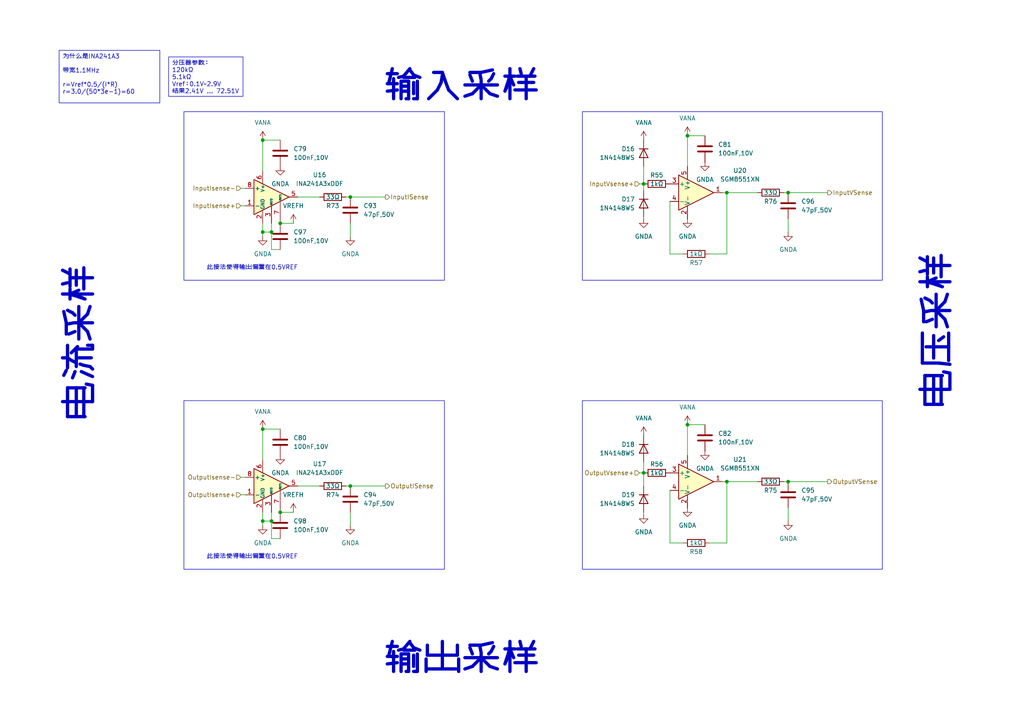
<source format=kicad_sch>
(kicad_sch (version 20250114) (generator "eeschema") (generator_version "9.0")
  (paper "A4")
  (title_block (title "HPM6P41_BuckBoost") (date "2025-05-05") (rev "4") (company "Author: Alipay"))
  (lib_symbols
    (symbol "Amplifier_Current:INA241A2xDDF" (pin_names (offset 0.127))
      (property "Reference" "U" (at 3.81 3.81 0))
      (property "Value" "INA241A2xDDF" (at 3.81 -2.54 0))
      (symbol "INA241A2xDDF_0_1"
        (polyline (pts (xy 5.08 0) (xy -5.08 5.08) (xy -5.08 -5.08) (xy 5.08 0)) (stroke (width 0.254)) (fill (type background)))
      )
      (symbol "INA241A2xDDF_1_1"
        (pin input line (at -7.62 2.54 0) (length 2.54) (name "+") (number "8"))
        (pin input line (at -7.62 -2.54 0) (length 2.54) (name "-") (number "1"))
        (pin power_in line (at -2.54 7.62 270) (length 3.81) (name "V+") (number "6"))
        (pin power_in line (at -2.54 -7.62 90) (length 3.81) (name "GND") (number "2"))
        (pin passive line (at -2.54 -7.62 90) (length 3.81) (hide yes) (name "GND") (number "4"))
        (pin passive line (at 0 -7.62 90) (length 5.08) (name "REF2") (number "3"))
        (pin passive line (at 2.54 -7.62 90) (length 6.35) (name "REF1") (number "7"))
        (pin output line (at 7.62 0 180) (length 2.54) (name "~") (number "5"))
      )
    )
    (symbol "Amplifier_Operational:OPA188xxDBV" (pin_names (offset 0.127))
      (property "Reference" "U" (at 0 5.08 0))
      (property "Value" "OPA188xxDBV" (at 0 -5.08 0))
      (symbol "OPA188xxDBV_0_1"
        (polyline (pts (xy -5.08 5.08) (xy 5.08 0) (xy -5.08 -5.08) (xy -5.08 5.08)) (stroke (width 0.254)) (fill (type background)))
        (pin power_in line (at -2.54 7.62 270) (length 3.81) (name "V+") (number "5"))
        (pin power_in line (at -2.54 -7.62 90) (length 3.81) (name "V-") (number "2"))
      )
      (symbol "OPA188xxDBV_1_1"
        (pin input line (at -7.62 2.54 0) (length 2.54) (name "+") (number "3"))
        (pin input line (at -7.62 -2.54 0) (length 2.54) (name "-") (number "4"))
        (pin output line (at 7.62 0 180) (length 2.54) (name "~") (number "1"))
      )
    )
    (symbol "Device:C" (pin_numbers (hide yes)) (pin_names (offset 0.254))
      (property "Reference" "C" (at 0.635 2.54 0))
      (property "Value" "C" (at 0.635 -2.54 0))
      (symbol "C_0_1"
        (polyline (pts (xy -2.032 0.762) (xy 2.032 0.762)) (stroke (width 0.508)))
        (polyline (pts (xy -2.032 -0.762) (xy 2.032 -0.762)) (stroke (width 0.508)))
      )
      (symbol "C_1_1"
        (pin passive line (at 0 3.81 270) (length 2.794) (name "~") (number "1"))
        (pin passive line (at 0 -3.81 90) (length 2.794) (name "~") (number "2"))
      )
    )
    (symbol "Device:R" (pin_numbers (hide yes)) (pin_names (offset 0))
      (property "Reference" "R" (at 2.032 0 90))
      (property "Value" "R" (at 0 0 90))
      (symbol "R_0_1"
        (rectangle (start -1.016 -2.54) (end 1.016 2.54) (stroke (width 0.254)))
      )
      (symbol "R_1_1"
        (pin passive line (at 0 3.81 270) (length 1.27) (name "~") (number "1"))
        (pin passive line (at 0 -3.81 90) (length 1.27) (name "~") (number "2"))
      )
    )
    (symbol "Diode:1N4148WS" (pin_numbers (hide yes)) (pin_names (hide yes))
      (property "Reference" "D" (at 0 2.54 0))
      (property "Value" "1N4148WS" (at 0 -2.54 0))
      (symbol "1N4148WS_0_1"
        (polyline (pts (xy -1.27 1.27) (xy -1.27 -1.27)) (stroke (width 0.254)))
        (polyline (pts (xy 1.27 1.27) (xy 1.27 -1.27) (xy -1.27 0) (xy 1.27 1.27)) (stroke (width 0.254)))
        (polyline (pts (xy 1.27 0) (xy -1.27 0)))
      )
      (symbol "1N4148WS_1_1"
        (pin passive line (at -3.81 0 0) (length 2.54) (name "K") (number "1"))
        (pin passive line (at 3.81 0 180) (length 2.54) (name "A") (number "2"))
      )
    )
    (symbol "power:+5V" (power) (pin_numbers (hide yes)) (pin_names (offset 0) (hide yes))
      (property "Value" "+5V" (at 0 3.556 0))
      (symbol "+5V_0_1"
        (polyline (pts (xy -0.762 1.27) (xy 0 2.54)))
        (polyline (pts (xy 0 2.54) (xy 0.762 1.27)))
        (polyline (pts (xy 0 0) (xy 0 2.54)))
      )
      (symbol "+5V_1_1"
        (pin power_in line (at 0 0 90) (length 0) (name "~") (number "1"))
      )
    )
    (symbol "power:GNDA" (power) (pin_numbers (hide yes)) (pin_names (offset 0) (hide yes))
      (property "Value" "GNDA" (at 0 -3.81 0))
      (symbol "GNDA_0_1"
        (polyline (pts (xy 0 0) (xy 0 -1.27) (xy 1.27 -1.27) (xy 0 -2.54) (xy -1.27 -1.27) (xy 0 -1.27)))
      )
      (symbol "GNDA_1_1"
        (pin power_in line (at 0 0 270) (length 0) (name "~") (number "1"))
      )
    )
  )
  (rectangle (start 53.34 32.385) (end 128.905 81.28))
  (rectangle (start 53.34 116.205) (end 128.905 165.1))
  (rectangle (start 168.91 116.205) (end 255.905 165.1))
  (rectangle (start 168.91 32.385) (end 255.905 81.28))
  (text "此接法使得输出偏置在0.5VREF" (at 73.152 161.544 0) (effects (font (size 1.27 1.27))))
  (text "此接法使得输出偏置在0.5VREF" (at 73.152 77.724 0) (effects (font (size 1.27 1.27))))
  (text "电压采样" (at 272.034 95.758 90) (effects (font (size 7.62 7.62) (thickness 0.9525))))
  (text "输入采样" (at 134.112 25.4 0) (effects (font (size 7.62 7.62) (thickness 0.9525))))
  (text "电流采样" (at 23.368 99.314 90) (effects (font (size 7.62 7.62) (thickness 0.9525))))
  (text "输出采样" (at 134.112 191.516 0) (effects (font (size 7.62 7.62) (thickness 0.9525))))
  (text_box "为什么是INA241A3\n\n带宽1.1MHz\n\nr=Vref*0.5/(I*R)\nr=3.0/(50*3e-1)=60" (at 17.145 14.605 0) (size 29.21 15.24) (margins 0.9525 0.9525 0.9525 0.9525) (effects (font (size 1.27 1.27)) (justify left top)))
  (text_box "分压器参数：\n120kΩ\n5.1kΩ\nVref：0.1V~2.9V\n结果2.41V ... 72.51V" (at 48.895 16.51 0) (size 21.59 11.43) (margins 0.9525 0.9525 0.9525 0.9525) (effects (font (size 1.27 1.27)) (justify left top)))
  (junction (at 228.6 139.7))
  (junction (at 78.74 151.13))
  (junction (at 199.39 123.19))
  (junction (at 81.28 148.59))
  (junction (at 101.6 57.15))
  (junction (at 76.2 67.31))
  (junction (at 210.82 55.88))
  (junction (at 76.2 151.13))
  (junction (at 199.39 39.37))
  (junction (at 210.82 139.7))
  (junction (at 186.69 137.16))
  (junction (at 78.74 67.31))
  (junction (at 81.28 64.77))
  (junction (at 186.69 53.34))
  (junction (at 76.2 124.46))
  (junction (at 101.6 140.97))
  (junction (at 76.2 40.64))
  (junction (at 228.6 55.88))
  (wire (pts (xy 101.6 140.97) (xy 100.33 140.97)))
  (wire (pts (xy 101.6 57.15) (xy 100.33 57.15)))
  (wire (pts (xy 69.85 138.43) (xy 71.12 138.43)))
  (wire (pts (xy 186.69 62.865) (xy 186.69 63.5)))
  (wire (pts (xy 186.69 53.34) (xy 186.69 55.245)))
  (wire (pts (xy 210.82 55.88) (xy 210.82 73.66)))
  (wire (pts (xy 210.82 73.66) (xy 205.74 73.66)))
  (wire (pts (xy 186.69 48.26) (xy 186.69 53.34)))
  (wire (pts (xy 194.31 58.42) (xy 194.31 73.66)))
  (wire (pts (xy 76.2 148.59) (xy 76.2 151.13)))
  (wire (pts (xy 228.6 55.88) (xy 227.33 55.88)))
  (wire (pts (xy 111.76 140.97) (xy 101.6 140.97)))
  (wire (pts (xy 186.69 53.34) (xy 185.42 53.34)))
  (wire (pts (xy 81.28 156.21) (xy 78.74 156.21)))
  (wire (pts (xy 199.39 39.37) (xy 204.47 39.37)))
  (wire (pts (xy 101.6 152.4) (xy 101.6 148.59)))
  (wire (pts (xy 76.2 124.46) (xy 81.28 124.46)))
  (wire (pts (xy 199.39 39.37) (xy 199.39 48.26)))
  (wire (pts (xy 101.6 68.58) (xy 101.6 64.77)))
  (wire (pts (xy 199.39 123.19) (xy 204.47 123.19)))
  (wire (pts (xy 81.28 148.59) (xy 85.09 148.59)))
  (wire (pts (xy 111.76 57.15) (xy 101.6 57.15)))
  (wire (pts (xy 81.28 64.77) (xy 85.09 64.77)))
  (wire (pts (xy 92.71 57.15) (xy 86.36 57.15)))
  (wire (pts (xy 78.74 67.31) (xy 76.2 67.31)))
  (wire (pts (xy 186.69 137.16) (xy 185.42 137.16)))
  (wire (pts (xy 81.28 72.39) (xy 78.74 72.39)))
  (wire (pts (xy 78.74 156.21) (xy 78.74 151.13)))
  (wire (pts (xy 210.82 157.48) (xy 205.74 157.48)))
  (wire (pts (xy 210.82 139.7) (xy 210.82 157.48)))
  (wire (pts (xy 92.71 140.97) (xy 86.36 140.97)))
  (wire (pts (xy 186.69 133.985) (xy 186.69 137.16)))
  (wire (pts (xy 199.39 123.19) (xy 199.39 132.08)))
  (wire (pts (xy 198.12 157.48) (xy 194.31 157.48)))
  (wire (pts (xy 78.74 72.39) (xy 78.74 67.31)))
  (wire (pts (xy 219.71 139.7) (xy 210.82 139.7)))
  (wire (pts (xy 228.6 139.7) (xy 227.33 139.7)))
  (wire (pts (xy 228.6 151.13) (xy 228.6 147.32)))
  (wire (pts (xy 78.74 151.13) (xy 76.2 151.13)))
  (wire (pts (xy 76.2 67.31) (xy 76.2 68.58)))
  (wire (pts (xy 76.2 151.13) (xy 76.2 152.4)))
  (wire (pts (xy 210.82 139.7) (xy 209.55 139.7)))
  (wire (pts (xy 69.85 54.61) (xy 71.12 54.61)))
  (wire (pts (xy 78.74 64.77) (xy 78.74 67.31)))
  (wire (pts (xy 69.85 59.69) (xy 71.12 59.69)))
  (wire (pts (xy 76.2 40.64) (xy 81.28 40.64)))
  (wire (pts (xy 210.82 55.88) (xy 209.55 55.88)))
  (wire (pts (xy 240.03 139.7) (xy 228.6 139.7)))
  (wire (pts (xy 194.31 142.24) (xy 194.31 157.48)))
  (wire (pts (xy 219.71 55.88) (xy 210.82 55.88)))
  (wire (pts (xy 76.2 124.46) (xy 76.2 133.35)))
  (wire (pts (xy 76.2 64.77) (xy 76.2 67.31)))
  (wire (pts (xy 228.6 67.31) (xy 228.6 63.5)))
  (wire (pts (xy 186.69 137.16) (xy 186.69 140.97)))
  (wire (pts (xy 69.85 143.51) (xy 71.12 143.51)))
  (wire (pts (xy 198.12 73.66) (xy 194.31 73.66)))
  (wire (pts (xy 78.74 148.59) (xy 78.74 151.13)))
  (wire (pts (xy 240.03 55.88) (xy 228.6 55.88)))
  (wire (pts (xy 76.2 40.64) (xy 76.2 49.53)))
  (wire (pts (xy 186.69 148.59) (xy 186.69 149.225)))
  (hierarchical_label "InputISense" (shape output) (at 111.76 57.15 0))
  (hierarchical_label "InputIsense-" (shape input) (at 69.85 54.61 180))
  (hierarchical_label "InputVSense" (shape output) (at 240.03 55.88 0))
  (hierarchical_label "OutputVSense" (shape output) (at 240.03 139.7 0))
  (hierarchical_label "InputIsense+" (shape input) (at 69.85 59.69 180))
  (hierarchical_label "OutputVsense+" (shape input) (at 185.42 137.16 180))
  (hierarchical_label "OutputIsense+" (shape input) (at 69.85 143.51 180))
  (hierarchical_label "OutputIsense-" (shape input) (at 69.85 138.43 180))
  (hierarchical_label "OutputISense" (shape output) (at 111.76 140.97 0))
  (hierarchical_label "InputVsense+" (shape input) (at 185.42 53.34 180))
  (symbol (lib_id "Diode:1N4148WS") (at 186.69 59.055 270) (unit 1)
    (property "Reference" "D17" (at 184.15 57.7849 90) (effects (justify right)))
    (property "Value" "1N4148WS" (at 184.15 60.3249 90) (effects (justify right)))
    (property "Footprint" "Diode_SMD:D_SOD-323" (effects (hide yes)))
    (property "Datasheet" "https://www.vishay.com/docs/85751/1n4148ws.pdf" (effects (hide yes)))
    (property "Description" "75V 0.15A Fast switching Diode, SOD-323" (effects (hide yes)))
    (property "Sim.Device" "D" (effects (hide yes)))
    (property "Sim.Pins" "1=K 2=A" (effects (hide yes)))
  )
  (symbol (lib_id "Device:C") (at 81.28 128.27 0) (unit 1)
    (property "Reference" "C80" (at 85.09 126.9999 0) (effects (justify left)))
    (property "Value" "100nF,10V" (at 85.09 129.5399 0) (effects (justify left)))
    (property "Footprint" "Capacitor_SMD:C_0603_1608Metric" (effects (hide yes)))
    (property "Description" "Unpolarized capacitor" (effects (hide yes)))
  )
  (symbol (lib_id "power:GNDA") (at 186.69 63.5 0) (mirror y) (unit 1)
    (property "Reference" "#PWR0177" (effects (hide yes)))
    (property "Value" "GNDA" (at 186.69 68.58 0))
    (property "Description" "Power symbol creates a global label with name \"GNDA\" , analog ground" (effects (hide yes)))
  )
  (symbol (lib_id "Device:R") (at 96.52 140.97 90) (mirror x) (unit 1)
    (property "Reference" "R74" (at 96.52 143.51 90))
    (property "Value" "33Ω" (at 96.52 140.97 90))
    (property "Footprint" "Resistor_SMD:R_0603_1608Metric" (effects (hide yes)))
  )
  (symbol (lib_id "Device:C") (at 204.47 127 0) (unit 1)
    (property "Reference" "C82" (at 208.28 125.7299 0) (effects (justify left)))
    (property "Value" "100nF,10V" (at 208.28 128.2699 0) (effects (justify left)))
    (property "Footprint" "Capacitor_SMD:C_0603_1608Metric" (effects (hide yes)))
    (property "Description" "Unpolarized capacitor" (effects (hide yes)))
  )
  (symbol (lib_id "power:+5V") (at 186.69 40.64 0) (unit 1)
    (property "Reference" "#PWR0176" (effects (hide yes)))
    (property "Value" "VANA" (at 186.69 35.56 0))
    (property "Description" "Power symbol creates a global label with name \"+5V\"" (effects (hide yes)))
  )
  (symbol (lib_id "power:GNDA") (at 76.2 152.4 0) (mirror y) (unit 1)
    (property "Reference" "#PWR0131" (effects (hide yes)))
    (property "Value" "GNDA" (at 76.2 157.48 0))
    (property "Description" "Power symbol creates a global label with name \"GNDA\" , analog ground" (effects (hide yes)))
  )
  (symbol (lib_id "Amplifier_Current:INA241A2xDDF") (at 78.74 57.15 0) (unit 1)
    (property "Reference" "U16" (at 92.71 50.7298 0))
    (property "Value" "INA241A3xDDF" (at 92.71 53.2698 0))
    (property "Footprint" "Package_TO_SOT_SMD:SOT-23-8" (effects (hide yes)))
    (property "Datasheet" "https://www.ti.com/lit/ds/symlink/ina241b.pdf" (effects (hide yes)))
    (property "Description" "High- and Low-Side, Bidirectional, Zero-Drift, Current-Sense Amplifier With Enhanced PWM Rejection, 20V/V, ±0.01% Gain Accuracy, ±10 μV Offset Voltage, SOT-23-8" (effects (hide yes)))
  )
  (symbol (lib_id "Device:R") (at 201.93 73.66 90) (mirror x) (unit 1)
    (property "Reference" "R57" (at 201.93 76.2 90))
    (property "Value" "1kΩ" (at 201.93 73.66 90))
    (property "Footprint" "Resistor_SMD:R_0603_1608Metric" (effects (hide yes)))
    (property "Description" "Resistor" (effects (hide yes)))
  )
  (symbol (lib_id "Device:C") (at 228.6 143.51 0) (unit 1)
    (property "Reference" "C95" (at 232.41 142.2399 0) (effects (justify left)))
    (property "Value" "47pF,50V" (at 232.41 144.7799 0) (effects (justify left)))
    (property "Footprint" "Capacitor_SMD:C_0603_1608Metric" (effects (hide yes)))
    (property "Description" "Unpolarized capacitor" (effects (hide yes)))
  )
  (symbol (lib_id "power:+5V") (at 199.39 123.19 0) (unit 1)
    (property "Reference" "#PWR0138" (effects (hide yes)))
    (property "Value" "VANA" (at 199.39 118.11 0))
    (property "Description" "Power symbol creates a global label with name \"+5V\"" (effects (hide yes)))
  )
  (symbol (lib_id "Device:R") (at 190.5 53.34 90) (unit 1)
    (property "Reference" "R55" (at 190.5 50.8 90))
    (property "Value" "1kΩ" (at 190.5 53.34 90))
    (property "Footprint" "Resistor_SMD:R_0603_1608Metric" (effects (hide yes)))
    (property "Description" "Resistor" (effects (hide yes)))
  )
  (symbol (lib_id "power:GNDA") (at 228.6 67.31 0) (mirror y) (unit 1)
    (property "Reference" "#PWR0189" (effects (hide yes)))
    (property "Value" "GNDA" (at 228.6 72.39 0))
    (property "Description" "Power symbol creates a global label with name \"GNDA\" , analog ground" (effects (hide yes)))
  )
  (symbol (lib_id "Diode:1N4148WS") (at 186.69 130.175 270) (unit 1)
    (property "Reference" "D18" (at 184.15 128.9049 90) (effects (justify right)))
    (property "Value" "1N4148WS" (at 184.15 131.4449 90) (effects (justify right)))
    (property "Footprint" "Diode_SMD:D_SOD-323" (effects (hide yes)))
    (property "Datasheet" "https://www.vishay.com/docs/85751/1n4148ws.pdf" (effects (hide yes)))
    (property "Description" "75V 0.15A Fast switching Diode, SOD-323" (effects (hide yes)))
    (property "Sim.Device" "D" (effects (hide yes)))
    (property "Sim.Pins" "1=K 2=A" (effects (hide yes)))
  )
  (symbol (lib_id "power:+5V") (at 85.09 148.59 0) (mirror y) (unit 1)
    (property "Reference" "#PWR0135" (effects (hide yes)))
    (property "Value" "VREFH" (at 85.09 143.51 0))
    (property "Description" "Power symbol creates a global label with name \"+5V\"" (effects (hide yes)))
  )
  (symbol (lib_id "Diode:1N4148WS") (at 186.69 144.78 270) (unit 1)
    (property "Reference" "D19" (at 184.15 143.5099 90) (effects (justify right)))
    (property "Value" "1N4148WS" (at 184.15 146.0499 90) (effects (justify right)))
    (property "Footprint" "Diode_SMD:D_SOD-323" (effects (hide yes)))
    (property "Datasheet" "https://www.vishay.com/docs/85751/1n4148ws.pdf" (effects (hide yes)))
    (property "Description" "75V 0.15A Fast switching Diode, SOD-323" (effects (hide yes)))
    (property "Sim.Device" "D" (effects (hide yes)))
    (property "Sim.Pins" "1=K 2=A" (effects (hide yes)))
  )
  (symbol (lib_id "Amplifier_Operational:OPA188xxDBV") (at 201.93 139.7 0) (unit 1)
    (property "Reference" "U21" (at 214.63 133.2798 0))
    (property "Value" "SGM8551XN" (at 214.63 135.8198 0))
    (property "Footprint" "Package_TO_SOT_SMD:TSOT-23-5" (effects (hide yes)))
    (property "Datasheet" "http://www.ti.com/lit/ds/symlink/opa188.pdf" (effects (hide yes)))
    (property "Description" "Zero-Drift, Precision, Low-Noise, Rail-to-Rail Output, 36-V Operational Amplifier, TSOT-23-5" (effects (hide yes)))
  )
  (symbol (lib_id "power:GNDA") (at 199.39 147.32 0) (mirror y) (unit 1)
    (property "Reference" "#PWR0139" (effects (hide yes)))
    (property "Value" "GNDA" (at 199.39 152.4 0))
    (property "Description" "Power symbol creates a global label with name \"GNDA\" , analog ground" (effects (hide yes)))
  )
  (symbol (lib_id "Device:R") (at 96.52 57.15 90) (mirror x) (unit 1)
    (property "Reference" "R73" (at 96.52 59.69 90))
    (property "Value" "33Ω" (at 96.52 57.15 90))
    (property "Footprint" "Resistor_SMD:R_0603_1608Metric" (effects (hide yes)))
  )
  (symbol (lib_id "power:+5V") (at 76.2 124.46 0) (unit 1)
    (property "Reference" "#PWR0130" (effects (hide yes)))
    (property "Value" "VANA" (at 76.2 119.38 0))
    (property "Description" "Power symbol creates a global label with name \"+5V\"" (effects (hide yes)))
  )
  (symbol (lib_id "power:GNDA") (at 101.6 152.4 0) (mirror y) (unit 1)
    (property "Reference" "#PWR0187" (effects (hide yes)))
    (property "Value" "GNDA" (at 101.6 157.48 0))
    (property "Description" "Power symbol creates a global label with name \"GNDA\" , analog ground" (effects (hide yes)))
  )
  (symbol (lib_id "power:+5V") (at 199.39 39.37 0) (unit 1)
    (property "Reference" "#PWR0136" (effects (hide yes)))
    (property "Value" "VANA" (at 199.39 34.29 0))
    (property "Description" "Power symbol creates a global label with name \"+5V\"" (effects (hide yes)))
  )
  (symbol (lib_id "Amplifier_Operational:OPA188xxDBV") (at 201.93 55.88 0) (unit 1)
    (property "Reference" "U20" (at 214.63 49.4598 0))
    (property "Value" "SGM8551XN" (at 214.63 51.9998 0))
    (property "Footprint" "Package_TO_SOT_SMD:TSOT-23-5" (effects (hide yes)))
    (property "Datasheet" "http://www.ti.com/lit/ds/symlink/opa188.pdf" (effects (hide yes)))
    (property "Description" "Zero-Drift, Precision, Low-Noise, Rail-to-Rail Output, 36-V Operational Amplifier, TSOT-23-5" (effects (hide yes)))
  )
  (symbol (lib_id "Device:C") (at 81.28 44.45 0) (unit 1)
    (property "Reference" "C79" (at 85.09 43.1799 0) (effects (justify left)))
    (property "Value" "100nF,10V" (at 85.09 45.7199 0) (effects (justify left)))
    (property "Footprint" "Capacitor_SMD:C_0603_1608Metric" (effects (hide yes)))
    (property "Description" "Unpolarized capacitor" (effects (hide yes)))
  )
  (symbol (lib_id "Device:R") (at 201.93 157.48 90) (mirror x) (unit 1)
    (property "Reference" "R58" (at 201.93 160.02 90))
    (property "Value" "1kΩ" (at 201.93 157.48 90))
    (property "Footprint" "Resistor_SMD:R_0603_1608Metric" (effects (hide yes)))
    (property "Description" "Resistor" (effects (hide yes)))
  )
  (symbol (lib_id "Diode:1N4148WS") (at 186.69 44.45 270) (unit 1)
    (property "Reference" "D16" (at 184.15 43.1799 90) (effects (justify right)))
    (property "Value" "1N4148WS" (at 184.15 45.7199 90) (effects (justify right)))
    (property "Footprint" "Diode_SMD:D_SOD-323" (effects (hide yes)))
    (property "Datasheet" "https://www.vishay.com/docs/85751/1n4148ws.pdf" (effects (hide yes)))
    (property "Description" "75V 0.15A Fast switching Diode, SOD-323" (effects (hide yes)))
    (property "Sim.Device" "D" (effects (hide yes)))
    (property "Sim.Pins" "1=K 2=A" (effects (hide yes)))
  )
  (symbol (lib_id "power:GNDA") (at 204.47 46.99 0) (mirror y) (unit 1)
    (property "Reference" "#PWR0140" (effects (hide yes)))
    (property "Value" "GNDA" (at 204.47 52.07 0))
    (property "Description" "Power symbol creates a global label with name \"GNDA\" , analog ground" (effects (hide yes)))
  )
  (symbol (lib_id "power:GNDA") (at 228.6 151.13 0) (mirror y) (unit 1)
    (property "Reference" "#PWR0188" (effects (hide yes)))
    (property "Value" "GNDA" (at 228.6 156.21 0))
    (property "Description" "Power symbol creates a global label with name \"GNDA\" , analog ground" (effects (hide yes)))
  )
  (symbol (lib_id "power:GNDA") (at 76.2 68.58 0) (mirror y) (unit 1)
    (property "Reference" "#PWR0129" (effects (hide yes)))
    (property "Value" "GNDA" (at 76.2 73.66 0))
    (property "Description" "Power symbol creates a global label with name \"GNDA\" , analog ground" (effects (hide yes)))
  )
  (symbol (lib_id "Device:C") (at 204.47 43.18 0) (unit 1)
    (property "Reference" "C81" (at 208.28 41.9099 0) (effects (justify left)))
    (property "Value" "100nF,10V" (at 208.28 44.4499 0) (effects (justify left)))
    (property "Footprint" "Capacitor_SMD:C_0603_1608Metric" (effects (hide yes)))
    (property "Description" "Unpolarized capacitor" (effects (hide yes)))
  )
  (symbol (lib_id "power:GNDA") (at 204.47 130.81 0) (mirror y) (unit 1)
    (property "Reference" "#PWR0141" (effects (hide yes)))
    (property "Value" "GNDA" (at 204.47 135.89 0))
    (property "Description" "Power symbol creates a global label with name \"GNDA\" , analog ground" (effects (hide yes)))
  )
  (symbol (lib_id "power:GNDA") (at 81.28 48.26 0) (mirror y) (unit 1)
    (property "Reference" "#PWR0132" (effects (hide yes)))
    (property "Value" "GNDA" (at 81.28 53.34 0))
    (property "Description" "Power symbol creates a global label with name \"GNDA\" , analog ground" (effects (hide yes)))
  )
  (symbol (lib_id "power:+5V") (at 76.2 40.64 0) (unit 1)
    (property "Reference" "#PWR0128" (effects (hide yes)))
    (property "Value" "VANA" (at 76.2 35.56 0))
    (property "Description" "Power symbol creates a global label with name \"+5V\"" (effects (hide yes)))
  )
  (symbol (lib_id "power:+5V") (at 85.09 64.77 0) (mirror y) (unit 1)
    (property "Reference" "#PWR0134" (effects (hide yes)))
    (property "Value" "VREFH" (at 85.09 59.69 0))
    (property "Description" "Power symbol creates a global label with name \"+5V\"" (effects (hide yes)))
  )
  (symbol (lib_id "power:GNDA") (at 186.69 149.225 0) (mirror y) (unit 1)
    (property "Reference" "#PWR0179" (effects (hide yes)))
    (property "Value" "GNDA" (at 186.69 154.305 0))
    (property "Description" "Power symbol creates a global label with name \"GNDA\" , analog ground" (effects (hide yes)))
  )
  (symbol (lib_id "Device:C") (at 101.6 144.78 0) (unit 1)
    (property "Reference" "C94" (at 105.41 143.5099 0) (effects (justify left)))
    (property "Value" "47pF,50V" (at 105.41 146.0499 0) (effects (justify left)))
    (property "Footprint" "Capacitor_SMD:C_0603_1608Metric" (effects (hide yes)))
    (property "Description" "Unpolarized capacitor" (effects (hide yes)))
  )
  (symbol (lib_id "Device:R") (at 223.52 55.88 90) (mirror x) (unit 1)
    (property "Reference" "R76" (at 223.52 58.42 90))
    (property "Value" "33Ω" (at 223.52 55.88 90))
    (property "Footprint" "Resistor_SMD:R_0603_1608Metric" (effects (hide yes)))
  )
  (symbol (lib_id "Device:R") (at 190.5 137.16 90) (unit 1)
    (property "Reference" "R56" (at 190.5 134.62 90))
    (property "Value" "1kΩ" (at 190.5 137.16 90))
    (property "Footprint" "Resistor_SMD:R_0603_1608Metric" (effects (hide yes)))
    (property "Description" "Resistor" (effects (hide yes)))
  )
  (symbol (lib_id "Amplifier_Current:INA241A2xDDF") (at 78.74 140.97 0) (unit 1)
    (property "Reference" "U17" (at 92.71 134.5498 0))
    (property "Value" "INA241A3xDDF" (at 92.71 137.0898 0))
    (property "Footprint" "Package_TO_SOT_SMD:SOT-23-8" (effects (hide yes)))
    (property "Datasheet" "https://www.ti.com/lit/ds/symlink/ina241b.pdf" (effects (hide yes)))
    (property "Description" "High- and Low-Side, Bidirectional, Zero-Drift, Current-Sense Amplifier With Enhanced PWM Rejection, 20V/V, ±0.01% Gain Accuracy, ±10 μV Offset Voltage, SOT-23-8" (effects (hide yes)))
  )
  (symbol (lib_id "power:+5V") (at 186.69 126.365 0) (unit 1)
    (property "Reference" "#PWR0178" (effects (hide yes)))
    (property "Value" "VANA" (at 186.69 121.285 0))
    (property "Description" "Power symbol creates a global label with name \"+5V\"" (effects (hide yes)))
  )
  (symbol (lib_id "Device:C") (at 81.28 68.58 0) (unit 1)
    (property "Reference" "C97" (at 85.09 67.3099 0) (effects (justify left)))
    (property "Value" "100nF,10V" (at 85.09 69.8499 0) (effects (justify left)))
    (property "Footprint" "Capacitor_SMD:C_0603_1608Metric" (effects (hide yes)))
    (property "Description" "Unpolarized capacitor" (effects (hide yes)))
  )
  (symbol (lib_id "Device:C") (at 228.6 59.69 0) (unit 1)
    (property "Reference" "C96" (at 232.41 58.4199 0) (effects (justify left)))
    (property "Value" "47pF,50V" (at 232.41 60.9599 0) (effects (justify left)))
    (property "Footprint" "Capacitor_SMD:C_0603_1608Metric" (effects (hide yes)))
    (property "Description" "Unpolarized capacitor" (effects (hide yes)))
  )
  (symbol (lib_id "power:GNDA") (at 199.39 63.5 0) (mirror y) (unit 1)
    (property "Reference" "#PWR0137" (effects (hide yes)))
    (property "Value" "GNDA" (at 199.39 68.58 0))
    (property "Description" "Power symbol creates a global label with name \"GNDA\" , analog ground" (effects (hide yes)))
  )
  (symbol (lib_id "Device:C") (at 101.6 60.96 0) (unit 1)
    (property "Reference" "C93" (at 105.41 59.6899 0) (effects (justify left)))
    (property "Value" "47pF,50V" (at 105.41 62.2299 0) (effects (justify left)))
    (property "Footprint" "Capacitor_SMD:C_0603_1608Metric" (effects (hide yes)))
    (property "Description" "Unpolarized capacitor" (effects (hide yes)))
  )
  (symbol (lib_id "Device:C") (at 81.28 152.4 0) (unit 1)
    (property "Reference" "C98" (at 85.09 151.1299 0) (effects (justify left)))
    (property "Value" "100nF,10V" (at 85.09 153.6699 0) (effects (justify left)))
    (property "Footprint" "Capacitor_SMD:C_0603_1608Metric" (effects (hide yes)))
    (property "Description" "Unpolarized capacitor" (effects (hide yes)))
  )
  (symbol (lib_id "power:GNDA") (at 81.28 132.08 0) (mirror y) (unit 1)
    (property "Reference" "#PWR0133" (effects (hide yes)))
    (property "Value" "GNDA" (at 81.28 137.16 0))
    (property "Description" "Power symbol creates a global label with name \"GNDA\" , analog ground" (effects (hide yes)))
  )
  (symbol (lib_id "power:GNDA") (at 101.6 68.58 0) (mirror y) (unit 1)
    (property "Reference" "#PWR0186" (effects (hide yes)))
    (property "Value" "GNDA" (at 101.6 73.66 0))
    (property "Description" "Power symbol creates a global label with name \"GNDA\" , analog ground" (effects (hide yes)))
  )
  (symbol (lib_id "Device:R") (at 223.52 139.7 90) (mirror x) (unit 1)
    (property "Reference" "R75" (at 223.52 142.24 90))
    (property "Value" "33Ω" (at 223.52 139.7 90))
    (property "Footprint" "Resistor_SMD:R_0603_1608Metric" (effects (hide yes)))
  )
)
</source>
